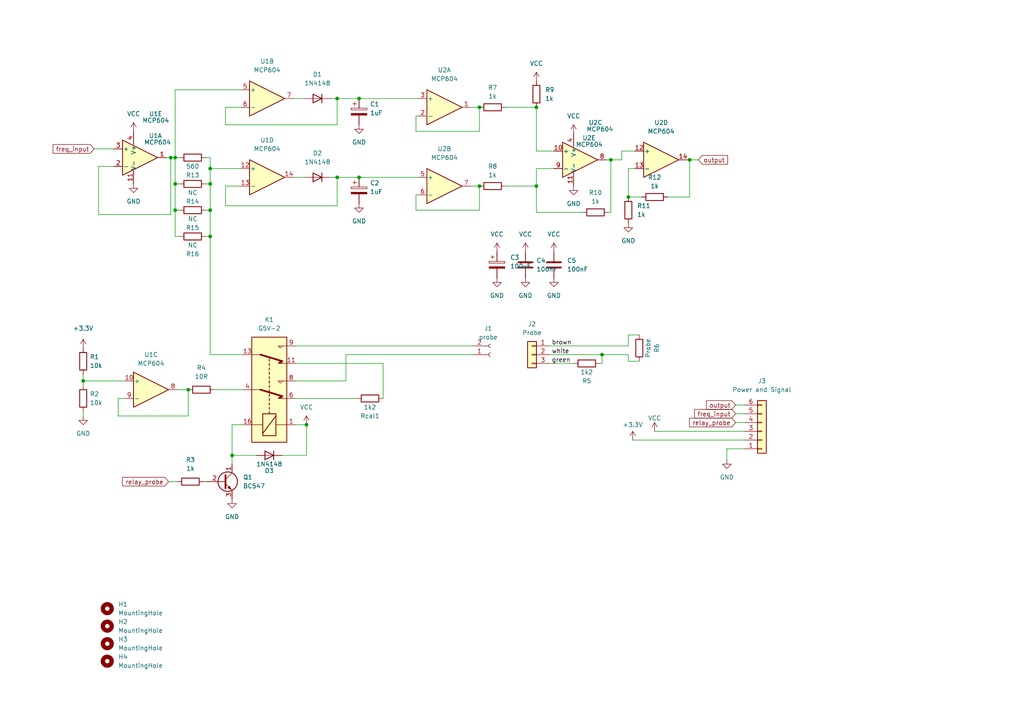
<source format=kicad_sch>
(kicad_sch (version 20211123) (generator eeschema)
  (paper "A4")
  (lib_symbols
    (symbol "Amplifier_Operational:MCP604" (pin_names (offset 0.127))
      (property "Reference" "U" (at 0 5.08 0))
      (property "Value" "MCP604" (at 0 -5.08 0))
      (symbol "MCP604_1_1"
        (polyline (pts (xy -5.08 5.08) (xy 5.08 0) (xy -5.08 -5.08) (xy -5.08 5.08)) (stroke (width 0.254)) (fill (type background)))
        (pin output line (at 7.62 0 180) (length 2.54) (name "~") (number "1"))
        (pin input line (at -7.62 -2.54 0) (length 2.54) (name "-") (number "2"))
        (pin input line (at -7.62 2.54 0) (length 2.54) (name "+") (number "3"))
      )
      (symbol "MCP604_2_1"
        (polyline (pts (xy -5.08 5.08) (xy 5.08 0) (xy -5.08 -5.08) (xy -5.08 5.08)) (stroke (width 0.254)) (fill (type background)))
        (pin input line (at -7.62 2.54 0) (length 2.54) (name "+") (number "5"))
        (pin input line (at -7.62 -2.54 0) (length 2.54) (name "-") (number "6"))
        (pin output line (at 7.62 0 180) (length 2.54) (name "~") (number "7"))
      )
      (symbol "MCP604_3_1"
        (polyline (pts (xy -5.08 5.08) (xy 5.08 0) (xy -5.08 -5.08) (xy -5.08 5.08)) (stroke (width 0.254)) (fill (type background)))
        (pin input line (at -7.62 2.54 0) (length 2.54) (name "+") (number "10"))
        (pin output line (at 7.62 0 180) (length 2.54) (name "~") (number "8"))
        (pin input line (at -7.62 -2.54 0) (length 2.54) (name "-") (number "9"))
      )
      (symbol "MCP604_4_1"
        (polyline (pts (xy -5.08 5.08) (xy 5.08 0) (xy -5.08 -5.08) (xy -5.08 5.08)) (stroke (width 0.254)) (fill (type background)))
        (pin input line (at -7.62 2.54 0) (length 2.54) (name "+") (number "12"))
        (pin input line (at -7.62 -2.54 0) (length 2.54) (name "-") (number "13"))
        (pin output line (at 7.62 0 180) (length 2.54) (name "~") (number "14"))
      )
      (symbol "MCP604_5_1"
        (pin power_in line (at -2.54 -7.62 90) (length 3.81) (name "V-") (number "11"))
        (pin power_in line (at -2.54 7.62 270) (length 3.81) (name "V+") (number "4"))
      )
    )
    (symbol "Connector:Conn_01x02_Female" (pin_names (offset 1.016) hide)
      (property "Reference" "J" (at 0 2.54 0))
      (property "Value" "Conn_01x02_Female" (at 0 -5.08 0))
      (symbol "Conn_01x02_Female_1_1"
        (arc (start 0 -2.032) (mid -0.508 -2.54) (end 0 -3.048) (stroke (width 0.1524)))
        (polyline (pts (xy -1.27 -2.54) (xy -0.508 -2.54)) (stroke (width 0.1524)))
        (polyline (pts (xy -1.27 0) (xy -0.508 0)) (stroke (width 0.1524)))
        (arc (start 0 0.508) (mid -0.508 0) (end 0 -0.508) (stroke (width 0.1524)))
        (pin passive line (at -5.08 0 0) (length 3.81) (name "Pin_1") (number "1"))
        (pin passive line (at -5.08 -2.54 0) (length 3.81) (name "Pin_2") (number "2"))
      )
    )
    (symbol "Connector_Generic:Conn_01x03" (pin_names (offset 1.016) hide)
      (property "Reference" "J" (at 0 5.08 0))
      (property "Value" "Conn_01x03" (at 0 -5.08 0))
      (symbol "Conn_01x03_1_1"
        (rectangle (start -1.27 -2.413) (end 0 -2.667) (stroke (width 0.1524)))
        (rectangle (start -1.27 0.127) (end 0 -0.127) (stroke (width 0.1524)))
        (rectangle (start -1.27 2.667) (end 0 2.413) (stroke (width 0.1524)))
        (rectangle (start -1.27 3.81) (end 1.27 -3.81) (stroke (width 0.254)) (fill (type background)))
        (pin passive line (at -5.08 2.54 0) (length 3.81) (name "Pin_1") (number "1"))
        (pin passive line (at -5.08 0 0) (length 3.81) (name "Pin_2") (number "2"))
        (pin passive line (at -5.08 -2.54 0) (length 3.81) (name "Pin_3") (number "3"))
      )
    )
    (symbol "Connector_Generic:Conn_01x06" (pin_names (offset 1.016) hide)
      (property "Reference" "J" (at 0 7.62 0))
      (property "Value" "Conn_01x06" (at 0 -10.16 0))
      (symbol "Conn_01x06_1_1"
        (rectangle (start -1.27 -7.493) (end 0 -7.747) (stroke (width 0.1524)))
        (rectangle (start -1.27 -4.953) (end 0 -5.207) (stroke (width 0.1524)))
        (rectangle (start -1.27 -2.413) (end 0 -2.667) (stroke (width 0.1524)))
        (rectangle (start -1.27 0.127) (end 0 -0.127) (stroke (width 0.1524)))
        (rectangle (start -1.27 2.667) (end 0 2.413) (stroke (width 0.1524)))
        (rectangle (start -1.27 5.207) (end 0 4.953) (stroke (width 0.1524)))
        (rectangle (start -1.27 6.35) (end 1.27 -8.89) (stroke (width 0.254)) (fill (type background)))
        (pin passive line (at -5.08 5.08 0) (length 3.81) (name "Pin_1") (number "1"))
        (pin passive line (at -5.08 2.54 0) (length 3.81) (name "Pin_2") (number "2"))
        (pin passive line (at -5.08 0 0) (length 3.81) (name "Pin_3") (number "3"))
        (pin passive line (at -5.08 -2.54 0) (length 3.81) (name "Pin_4") (number "4"))
        (pin passive line (at -5.08 -5.08 0) (length 3.81) (name "Pin_5") (number "5"))
        (pin passive line (at -5.08 -7.62 0) (length 3.81) (name "Pin_6") (number "6"))
      )
    )
    (symbol "Device:C" (pin_numbers hide) (pin_names (offset 0.254))
      (property "Reference" "C" (at 0.635 2.54 0))
      (property "Value" "C" (at 0.635 -2.54 0))
      (symbol "C_0_1"
        (polyline (pts (xy -2.032 -0.762) (xy 2.032 -0.762)) (stroke (width 0.508)))
        (polyline (pts (xy -2.032 0.762) (xy 2.032 0.762)) (stroke (width 0.508)))
      )
      (symbol "C_1_1"
        (pin passive line (at 0 3.81 270) (length 2.794) (name "~") (number "1"))
        (pin passive line (at 0 -3.81 90) (length 2.794) (name "~") (number "2"))
      )
    )
    (symbol "Device:C_Polarized" (pin_numbers hide) (pin_names (offset 0.254))
      (property "Reference" "C" (at 0.635 2.54 0))
      (property "Value" "C_Polarized" (at 0.635 -2.54 0))
      (symbol "C_Polarized_0_1"
        (rectangle (start -2.286 0.508) (end 2.286 1.016))
        (polyline (pts (xy -1.778 2.286) (xy -0.762 2.286)))
        (polyline (pts (xy -1.27 2.794) (xy -1.27 1.778)))
        (rectangle (start 2.286 -0.508) (end -2.286 -1.016) (fill (type outline)))
      )
      (symbol "C_Polarized_1_1"
        (pin passive line (at 0 3.81 270) (length 2.794) (name "~") (number "1"))
        (pin passive line (at 0 -3.81 90) (length 2.794) (name "~") (number "2"))
      )
    )
    (symbol "Device:R" (pin_numbers hide) (pin_names (offset 0))
      (property "Reference" "R" (at 2.032 0 90))
      (property "Value" "R" (at 0 0 90))
      (symbol "R_0_1"
        (rectangle (start -1.016 -2.54) (end 1.016 2.54) (stroke (width 0.254)))
      )
      (symbol "R_1_1"
        (pin passive line (at 0 3.81 270) (length 1.27) (name "~") (number "1"))
        (pin passive line (at 0 -3.81 90) (length 1.27) (name "~") (number "2"))
      )
    )
    (symbol "Diode:1N4148" (pin_numbers hide) (pin_names hide)
      (property "Reference" "D" (at 0 2.54 0))
      (property "Value" "1N4148" (at 0 -2.54 0))
      (symbol "1N4148_0_1"
        (polyline (pts (xy -1.27 1.27) (xy -1.27 -1.27)) (stroke (width 0.254)))
        (polyline (pts (xy 1.27 0) (xy -1.27 0)))
        (polyline (pts (xy 1.27 1.27) (xy 1.27 -1.27) (xy -1.27 0) (xy 1.27 1.27)) (stroke (width 0.254)))
      )
      (symbol "1N4148_1_1"
        (pin passive line (at -3.81 0 0) (length 2.54) (name "K") (number "1"))
        (pin passive line (at 3.81 0 180) (length 2.54) (name "A") (number "2"))
      )
    )
    (symbol "Mechanical:MountingHole" (pin_names (offset 1.016))
      (property "Reference" "H" (at 0 5.08 0))
      (property "Value" "MountingHole" (at 0 3.175 0))
      (symbol "MountingHole_0_1"
        (circle (center 0 0) (radius 1.27) (stroke (width 1.27)))
      )
    )
    (symbol "Relay:G5V-2"
      (property "Reference" "K" (at 16.51 3.81 0))
      (property "Value" "G5V-2" (at 16.51 1.27 0))
      (symbol "G5V-2_0_1"
        (rectangle (start -15.24 5.08) (end 15.24 -5.08) (stroke (width 0.254)) (fill (type background)))
        (rectangle (start -13.335 1.905) (end -6.985 -1.905) (stroke (width 0.254)))
        (polyline (pts (xy -12.7 -1.905) (xy -7.62 1.905)) (stroke (width 0.254)))
        (polyline (pts (xy -10.16 -5.08) (xy -10.16 -1.905)))
        (polyline (pts (xy -10.16 5.08) (xy -10.16 1.905)))
        (polyline (pts (xy -6.985 0) (xy -6.35 0)) (stroke (width 0.254)))
        (polyline (pts (xy -5.715 0) (xy -5.08 0)) (stroke (width 0.254)))
        (polyline (pts (xy -4.445 0) (xy -3.81 0)) (stroke (width 0.254)))
        (polyline (pts (xy -3.175 0) (xy -2.54 0)) (stroke (width 0.254)))
        (polyline (pts (xy -1.905 0) (xy -1.27 0)) (stroke (width 0.254)))
        (polyline (pts (xy -0.635 0) (xy 0 0)) (stroke (width 0.254)))
        (polyline (pts (xy 0 -2.54) (xy -1.905 3.81)) (stroke (width 0.508)))
        (polyline (pts (xy 0 -2.54) (xy 0 -5.08)))
        (polyline (pts (xy 0.635 0) (xy 1.27 0)) (stroke (width 0.254)))
        (polyline (pts (xy 1.905 0) (xy 2.54 0)) (stroke (width 0.254)))
        (polyline (pts (xy 3.175 0) (xy 3.81 0)) (stroke (width 0.254)))
        (polyline (pts (xy 4.445 0) (xy 5.08 0)) (stroke (width 0.254)))
        (polyline (pts (xy 5.715 0) (xy 6.35 0)) (stroke (width 0.254)))
        (polyline (pts (xy 6.985 0) (xy 7.62 0)) (stroke (width 0.254)))
        (polyline (pts (xy 8.255 0) (xy 8.89 0)) (stroke (width 0.254)))
        (polyline (pts (xy 10.16 -2.54) (xy 8.255 3.81)) (stroke (width 0.508)))
        (polyline (pts (xy 10.16 -2.54) (xy 10.16 -5.08)))
        (polyline (pts (xy -2.54 5.08) (xy -2.54 2.54) (xy -1.905 3.175) (xy -2.54 3.81)) (fill (type outline)))
        (polyline (pts (xy 2.54 5.08) (xy 2.54 2.54) (xy 1.905 3.175) (xy 2.54 3.81)))
        (polyline (pts (xy 7.62 5.08) (xy 7.62 2.54) (xy 8.255 3.175) (xy 7.62 3.81)) (fill (type outline)))
        (polyline (pts (xy 12.7 5.08) (xy 12.7 2.54) (xy 12.065 3.175) (xy 12.7 3.81)))
      )
      (symbol "G5V-2_1_1"
        (pin passive line (at -10.16 7.62 270) (length 2.54) (name "~") (number "1"))
        (pin passive line (at 7.62 7.62 270) (length 2.54) (name "~") (number "11"))
        (pin passive line (at 10.16 -7.62 90) (length 2.54) (name "~") (number "13"))
        (pin passive line (at -10.16 -7.62 90) (length 2.54) (name "~") (number "16"))
        (pin passive line (at 0 -7.62 90) (length 2.54) (name "~") (number "4"))
        (pin passive line (at -2.54 7.62 270) (length 2.54) (name "~") (number "6"))
        (pin passive line (at 2.54 7.62 270) (length 2.54) (name "~") (number "8"))
        (pin passive line (at 12.7 7.62 270) (length 2.54) (name "~") (number "9"))
      )
    )
    (symbol "Transistor_BJT:BC547" (pin_names (offset 0) hide)
      (property "Reference" "Q" (at 5.08 1.905 0))
      (property "Value" "BC547" (at 5.08 0 0))
      (symbol "BC547_0_1"
        (polyline (pts (xy 0 0) (xy 0.635 0)))
        (polyline (pts (xy 0.635 0.635) (xy 2.54 2.54)))
        (polyline (pts (xy 0.635 -0.635) (xy 2.54 -2.54) (xy 2.54 -2.54)))
        (polyline (pts (xy 0.635 1.905) (xy 0.635 -1.905) (xy 0.635 -1.905)) (stroke (width 0.508)))
        (polyline (pts (xy 1.27 -1.778) (xy 1.778 -1.27) (xy 2.286 -2.286) (xy 1.27 -1.778) (xy 1.27 -1.778)) (fill (type outline)))
        (circle (center 1.27 0) (radius 2.8194) (stroke (width 0.254)))
      )
      (symbol "BC547_1_1"
        (pin passive line (at 2.54 5.08 270) (length 2.54) (name "C") (number "1"))
        (pin input line (at -5.08 0 0) (length 5.08) (name "B") (number "2"))
        (pin passive line (at 2.54 -5.08 90) (length 2.54) (name "E") (number "3"))
      )
    )
    (symbol "power:+3.3V" (power) (pin_names (offset 0))
      (property "Value" "+3.3V" (at 0 3.556 0))
      (symbol "+3.3V_0_1"
        (polyline (pts (xy -0.762 1.27) (xy 0 2.54)))
        (polyline (pts (xy 0 0) (xy 0 2.54)))
        (polyline (pts (xy 0 2.54) (xy 0.762 1.27)))
      )
      (symbol "+3.3V_1_1"
        (pin power_in line (at 0 0 90) (length 0) hide (name "+3.3V") (number "1"))
      )
    )
    (symbol "power:GND" (power) (pin_names (offset 0))
      (property "Value" "GND" (at 0 -3.81 0))
      (symbol "GND_0_1"
        (polyline (pts (xy 0 0) (xy 0 -1.27) (xy 1.27 -1.27) (xy 0 -2.54) (xy -1.27 -1.27) (xy 0 -1.27)))
      )
      (symbol "GND_1_1"
        (pin power_in line (at 0 0 270) (length 0) hide (name "GND") (number "1"))
      )
    )
    (symbol "power:VCC" (power) (pin_names (offset 0))
      (property "Value" "VCC" (at 0 3.81 0))
      (symbol "VCC_0_1"
        (polyline (pts (xy -0.762 1.27) (xy 0 2.54)))
        (polyline (pts (xy 0 0) (xy 0 2.54)))
        (polyline (pts (xy 0 2.54) (xy 0.762 1.27)))
      )
      (symbol "VCC_1_1"
        (pin power_in line (at 0 0 90) (length 0) hide (name "VCC") (number "1"))
      )
    )
  )
  (junction (at 155.575 31.115))
  (junction (at 182.245 57.15))
  (junction (at 67.31 132.08))
  (junction (at 50.8 45.72))
  (junction (at 50.8 53.34))
  (junction (at 97.79 51.435))
  (junction (at 177.165 46.355))
  (junction (at 174.625 102.87))
  (junction (at 60.96 48.895))
  (junction (at 60.96 53.34))
  (junction (at 139.065 53.975))
  (junction (at 60.96 60.96))
  (junction (at 50.8 60.96))
  (junction (at 49.53 45.72))
  (junction (at 24.13 110.49))
  (junction (at 54.61 113.03))
  (junction (at 104.14 51.435))
  (junction (at 97.79 28.575))
  (junction (at 88.9 123.19))
  (junction (at 200.025 46.355))
  (junction (at 155.575 53.975))
  (junction (at 139.065 31.115))
  (junction (at 104.14 28.575))
  (junction (at 60.96 68.58))
  (wire (pts (xy 70.485 102.87) (xy 60.96 102.87)))
  (wire (pts (xy 174.625 105.41) (xy 173.99 105.41)))
  (wire (pts (xy 50.8 53.34) (xy 50.8 45.72)))
  (wire (pts (xy 100.33 102.87) (xy 100.33 110.49)))
  (wire (pts (xy 139.065 38.1) (xy 120.65 38.1)))
  (wire (pts (xy 180.34 43.815) (xy 184.15 43.815)))
  (wire (pts (xy 200.025 46.355) (xy 199.39 46.355)))
  (wire (pts (xy 168.91 61.595) (xy 155.575 61.595)))
  (wire (pts (xy 177.165 46.355) (xy 175.895 46.355)))
  (wire (pts (xy 34.29 120.65) (xy 34.29 115.57)))
  (wire (pts (xy 120.65 60.96) (xy 120.65 56.515)))
  (wire (pts (xy 67.31 123.19) (xy 70.485 123.19)))
  (wire (pts (xy 88.9 123.19) (xy 88.9 132.08)))
  (wire (pts (xy 97.79 36.195) (xy 97.79 28.575)))
  (wire (pts (xy 189.865 125.095) (xy 215.9 125.095)))
  (wire (pts (xy 146.685 31.115) (xy 155.575 31.115)))
  (wire (pts (xy 177.165 46.355) (xy 180.34 46.355)))
  (wire (pts (xy 50.8 26.035) (xy 69.85 26.035)))
  (wire (pts (xy 180.34 46.355) (xy 180.34 43.815)))
  (wire (pts (xy 120.65 33.655) (xy 121.285 33.655)))
  (wire (pts (xy 59.69 53.34) (xy 60.96 53.34)))
  (wire (pts (xy 139.065 31.115) (xy 139.065 38.1)))
  (wire (pts (xy 48.26 45.72) (xy 49.53 45.72)))
  (wire (pts (xy 85.09 51.435) (xy 88.265 51.435)))
  (wire (pts (xy 182.245 48.895) (xy 182.245 57.15)))
  (wire (pts (xy 182.245 104.775) (xy 185.42 104.775)))
  (wire (pts (xy 49.53 62.23) (xy 28.575 62.23)))
  (wire (pts (xy 159.385 105.41) (xy 166.37 105.41)))
  (wire (pts (xy 174.625 102.87) (xy 174.625 105.41)))
  (wire (pts (xy 155.575 48.895) (xy 160.655 48.895)))
  (wire (pts (xy 146.685 53.975) (xy 155.575 53.975)))
  (wire (pts (xy 50.8 68.58) (xy 50.8 60.96)))
  (wire (pts (xy 97.79 51.435) (xy 104.14 51.435)))
  (wire (pts (xy 34.29 115.57) (xy 36.195 115.57)))
  (wire (pts (xy 215.9 130.175) (xy 210.82 130.175)))
  (wire (pts (xy 48.895 139.7) (xy 51.435 139.7)))
  (wire (pts (xy 54.61 113.03) (xy 54.61 120.65)))
  (wire (pts (xy 60.96 60.96) (xy 60.96 68.58)))
  (wire (pts (xy 59.69 68.58) (xy 60.96 68.58)))
  (wire (pts (xy 182.245 57.15) (xy 186.055 57.15)))
  (wire (pts (xy 85.725 100.33) (xy 137.16 100.33)))
  (wire (pts (xy 97.79 59.69) (xy 65.405 59.69)))
  (wire (pts (xy 97.79 28.575) (xy 95.885 28.575)))
  (wire (pts (xy 85.09 28.575) (xy 88.265 28.575)))
  (wire (pts (xy 28.575 62.23) (xy 28.575 48.26)))
  (wire (pts (xy 49.53 45.72) (xy 49.53 62.23)))
  (wire (pts (xy 28.575 48.26) (xy 33.02 48.26)))
  (wire (pts (xy 120.65 38.1) (xy 120.65 33.655)))
  (wire (pts (xy 139.065 60.96) (xy 120.65 60.96)))
  (wire (pts (xy 60.96 53.34) (xy 60.96 60.96)))
  (wire (pts (xy 59.69 60.96) (xy 60.96 60.96)))
  (wire (pts (xy 50.8 45.72) (xy 52.07 45.72)))
  (wire (pts (xy 65.405 31.115) (xy 65.405 36.195)))
  (wire (pts (xy 182.245 97.155) (xy 182.245 100.33)))
  (wire (pts (xy 97.79 28.575) (xy 104.14 28.575)))
  (wire (pts (xy 65.405 59.69) (xy 65.405 53.975)))
  (wire (pts (xy 69.85 48.895) (xy 60.96 48.895)))
  (wire (pts (xy 174.625 102.87) (xy 182.245 102.87)))
  (wire (pts (xy 182.245 102.87) (xy 182.245 104.775)))
  (wire (pts (xy 24.13 110.49) (xy 36.195 110.49)))
  (wire (pts (xy 159.385 100.33) (xy 182.245 100.33)))
  (wire (pts (xy 213.36 120.015) (xy 215.9 120.015)))
  (wire (pts (xy 62.23 113.03) (xy 70.485 113.03)))
  (wire (pts (xy 67.31 132.08) (xy 74.295 132.08)))
  (wire (pts (xy 52.07 53.34) (xy 50.8 53.34)))
  (wire (pts (xy 184.15 48.895) (xy 182.245 48.895)))
  (wire (pts (xy 50.8 60.96) (xy 50.8 53.34)))
  (wire (pts (xy 88.9 132.08) (xy 81.915 132.08)))
  (wire (pts (xy 210.82 130.175) (xy 210.82 133.35)))
  (wire (pts (xy 213.36 122.555) (xy 215.9 122.555)))
  (wire (pts (xy 59.055 139.7) (xy 59.69 139.7)))
  (wire (pts (xy 69.85 31.115) (xy 65.405 31.115)))
  (wire (pts (xy 213.36 117.475) (xy 215.9 117.475)))
  (wire (pts (xy 24.13 110.49) (xy 24.13 111.76)))
  (wire (pts (xy 60.96 48.895) (xy 60.96 53.34)))
  (wire (pts (xy 136.525 53.975) (xy 139.065 53.975)))
  (wire (pts (xy 177.165 61.595) (xy 177.165 46.355)))
  (wire (pts (xy 65.405 53.975) (xy 69.85 53.975)))
  (wire (pts (xy 59.69 45.72) (xy 60.96 45.72)))
  (wire (pts (xy 155.575 61.595) (xy 155.575 53.975)))
  (wire (pts (xy 200.025 46.355) (xy 202.565 46.355)))
  (wire (pts (xy 50.8 45.72) (xy 50.8 26.035)))
  (wire (pts (xy 139.065 53.975) (xy 139.065 60.96)))
  (wire (pts (xy 67.31 132.08) (xy 67.31 123.19)))
  (wire (pts (xy 49.53 45.72) (xy 50.8 45.72)))
  (wire (pts (xy 185.42 97.155) (xy 182.245 97.155)))
  (wire (pts (xy 24.13 108.585) (xy 24.13 110.49)))
  (wire (pts (xy 60.96 45.72) (xy 60.96 48.895)))
  (wire (pts (xy 54.61 120.65) (xy 34.29 120.65)))
  (wire (pts (xy 85.725 123.19) (xy 88.9 123.19)))
  (wire (pts (xy 159.385 102.87) (xy 174.625 102.87)))
  (wire (pts (xy 97.79 51.435) (xy 97.79 59.69)))
  (wire (pts (xy 111.125 105.41) (xy 111.125 115.57)))
  (wire (pts (xy 120.65 56.515) (xy 121.285 56.515)))
  (wire (pts (xy 52.07 60.96) (xy 50.8 60.96)))
  (wire (pts (xy 24.13 119.38) (xy 24.13 120.65)))
  (wire (pts (xy 193.675 57.15) (xy 200.025 57.15)))
  (wire (pts (xy 137.16 102.87) (xy 100.33 102.87)))
  (wire (pts (xy 95.885 51.435) (xy 97.79 51.435)))
  (wire (pts (xy 100.33 110.49) (xy 85.725 110.49)))
  (wire (pts (xy 155.575 43.815) (xy 160.655 43.815)))
  (wire (pts (xy 183.515 127.635) (xy 215.9 127.635)))
  (wire (pts (xy 155.575 31.115) (xy 155.575 43.815)))
  (wire (pts (xy 85.725 105.41) (xy 111.125 105.41)))
  (wire (pts (xy 52.07 68.58) (xy 50.8 68.58)))
  (wire (pts (xy 155.575 53.975) (xy 155.575 48.895)))
  (wire (pts (xy 60.96 68.58) (xy 60.96 102.87)))
  (wire (pts (xy 104.14 51.435) (xy 121.285 51.435)))
  (wire (pts (xy 103.505 115.57) (xy 85.725 115.57)))
  (wire (pts (xy 200.025 57.15) (xy 200.025 46.355)))
  (wire (pts (xy 176.53 61.595) (xy 177.165 61.595)))
  (wire (pts (xy 136.525 31.115) (xy 139.065 31.115)))
  (wire (pts (xy 51.435 113.03) (xy 54.61 113.03)))
  (wire (pts (xy 65.405 36.195) (xy 97.79 36.195)))
  (wire (pts (xy 67.31 134.62) (xy 67.31 132.08)))
  (wire (pts (xy 27.305 43.18) (xy 33.02 43.18)))
  (wire (pts (xy 104.14 28.575) (xy 121.285 28.575)))
  (label "green" (at 160.02 105.41 0))
  (label "brown" (at 160.02 100.33 0))
  (label "white" (at 160.02 102.87 0))
  (global_label "freq_input" (shape input) (at 27.305 43.18 180) (property "Intersheet References" "${INTERSHEET_REFS}" (effects hide)))
  (global_label "output" (shape input) (at 213.36 117.475 180) (property "Intersheet References" "${INTERSHEET_REFS}" (effects hide)))
  (global_label "relay_probe" (shape input) (at 48.895 139.7 180) (property "Intersheet References" "${INTERSHEET_REFS}" (effects hide)))
  (global_label "relay_probe" (shape input) (at 213.36 122.555 180) (property "Intersheet References" "${INTERSHEET_REFS}" (effects hide)))
  (global_label "output" (shape input) (at 202.565 46.355 0) (property "Intersheet References" "${INTERSHEET_REFS}" (effects hide)))
  (global_label "freq_input" (shape input) (at 213.36 120.015 180) (property "Intersheet References" "${INTERSHEET_REFS}" (effects hide)))
  (symbol (lib_id "Amplifier_Operational:MCP604") (at 43.815 113.03 0) (unit 3)
    (property "Reference" "U1" (at 43.815 102.87 0))
    (property "Value" "MCP604" (at 43.815 105.41 0))
    (property "Footprint" "Package_DIP:DIP-14_W7.62mm_Socket_LongPads" (effects hide))
    (property "Datasheet" "http://ww1.microchip.com/downloads/en/DeviceDoc/21314g.pdf" (effects hide))
  )
  (symbol (lib_id "power:VCC") (at 144.145 73.025 0) (unit 1)
    (property "Reference" "#PWR013" (effects hide))
    (property "Value" "VCC" (at 144.145 67.945 0))
  )
  (symbol (lib_id "power:GND") (at 24.13 120.65 0) (unit 1)
    (property "Reference" "#PWR02" (effects hide))
    (property "Value" "GND" (at 24.13 125.73 0))
  )
  (symbol (lib_id "Device:C_Polarized") (at 104.14 32.385 0) (unit 1)
    (property "Reference" "C1" (at 107.315 30.2259 0) (effects (justify left)))
    (property "Value" "1uF" (at 107.315 32.7659 0) (effects (justify left)))
    (property "Footprint" "Capacitor_THT:CP_Radial_D5.0mm_P2.50mm" (effects hide))
  )
  (symbol (lib_id "Amplifier_Operational:MCP604") (at 77.47 51.435 0) (unit 4)
    (property "Reference" "U1" (at 77.47 40.64 0))
    (property "Value" "MCP604" (at 77.47 43.18 0))
    (property "Footprint" "Package_DIP:DIP-14_W7.62mm_Socket_LongPads" (effects hide))
    (property "Datasheet" "http://ww1.microchip.com/downloads/en/DeviceDoc/21314g.pdf" (effects hide))
  )
  (symbol (lib_id "power:GND") (at 166.37 53.975 0) (unit 1)
    (property "Reference" "#PWR09" (effects hide))
    (property "Value" "GND" (at 166.37 59.055 0))
  )
  (symbol (lib_id "power:GND") (at 104.14 59.055 0) (unit 1)
    (property "Reference" "#PWR06" (effects hide))
    (property "Value" "GND" (at 104.14 64.135 0))
  )
  (symbol (lib_id "Diode:1N4148") (at 92.075 51.435 180) (unit 1)
    (property "Reference" "D2" (at 92.075 44.45 0))
    (property "Value" "1N4148" (at 92.075 46.99 0))
    (property "Footprint" "Diode_THT:D_DO-35_SOD27_P7.62mm_Horizontal" (effects hide))
    (property "Datasheet" "https://assets.nexperia.com/documents/data-sheet/1N4148_1N4448.pdf" (effects hide))
  )
  (symbol (lib_id "Mechanical:MountingHole") (at 31.115 181.61 0) (unit 1)
    (property "Reference" "H2" (at 34.29 180.3399 0) (effects (justify left)))
    (property "Value" "MountingHole" (at 34.29 182.8799 0) (effects (justify left)))
    (property "Footprint" "MountingHole:MountingHole_3.2mm_M3" (effects hide))
  )
  (symbol (lib_id "Device:R") (at 185.42 100.965 180) (unit 1) (in_bom no) (on_board no)
    (property "Reference" "R6" (at 190.5 100.965 90))
    (property "Value" "Probe" (at 187.96 100.965 90))
  )
  (symbol (lib_id "power:VCC") (at 155.575 23.495 0) (unit 1)
    (property "Reference" "#PWR07" (effects hide))
    (property "Value" "VCC" (at 155.575 18.415 0))
  )
  (symbol (lib_id "Amplifier_Operational:MCP604") (at 168.275 46.355 0) (unit 3)
    (property "Reference" "U2" (at 172.72 35.56 0))
    (property "Value" "MCP604" (at 173.99 37.465 0))
    (property "Footprint" "Package_DIP:DIP-14_W7.62mm_Socket_LongPads" (effects hide))
    (property "Datasheet" "http://ww1.microchip.com/downloads/en/DeviceDoc/21314g.pdf" (effects hide))
  )
  (symbol (lib_id "Device:R") (at 55.245 139.7 90) (unit 1)
    (property "Reference" "R3" (at 55.245 133.35 90))
    (property "Value" "1k" (at 55.245 135.89 90))
    (property "Footprint" "Resistor_THT:R_Axial_DIN0207_L6.3mm_D2.5mm_P10.16mm_Horizontal" (effects hide))
  )
  (symbol (lib_id "Device:R") (at 107.315 115.57 90) (unit 1)
    (property "Reference" "Rcal1" (at 107.315 120.65 90))
    (property "Value" "1k2" (at 107.315 118.11 90))
    (property "Footprint" "Resistor_THT:R_Axial_DIN0207_L6.3mm_D2.5mm_P10.16mm_Horizontal" (effects hide))
  )
  (symbol (lib_id "Device:R") (at 142.875 53.975 90) (unit 1)
    (property "Reference" "R8" (at 142.875 48.26 90))
    (property "Value" "1k" (at 142.875 50.8 90))
    (property "Footprint" "Resistor_THT:R_Axial_DIN0207_L6.3mm_D2.5mm_P10.16mm_Horizontal" (effects hide))
  )
  (symbol (lib_id "Amplifier_Operational:MCP604") (at 40.64 45.72 0) (unit 1)
    (property "Reference" "U1" (at 45.085 39.37 0))
    (property "Value" "MCP604" (at 45.72 41.275 0))
    (property "Footprint" "Package_DIP:DIP-14_W7.62mm_Socket_LongPads" (effects hide))
    (property "Datasheet" "http://ww1.microchip.com/downloads/en/DeviceDoc/21314g.pdf" (effects hide))
  )
  (symbol (lib_id "Connector:Conn_01x02_Female") (at 142.24 102.87 0) (mirror x) (unit 1)
    (property "Reference" "J1" (at 141.605 95.25 0))
    (property "Value" "probe" (at 141.605 97.79 0))
    (property "Footprint" "TerminalBlock:TerminalBlock_bornier-2_P5.08mm" (effects hide))
  )
  (symbol (lib_id "power:+3.3V") (at 24.13 100.965 0) (unit 1)
    (property "Reference" "#PWR01" (effects hide))
    (property "Value" "+3.3V" (at 24.13 95.25 0))
  )
  (symbol (lib_id "power:GND") (at 160.655 80.645 0) (unit 1)
    (property "Reference" "#PWR018" (effects hide))
    (property "Value" "GND" (at 160.655 85.725 0))
  )
  (symbol (lib_id "Connector_Generic:Conn_01x03") (at 154.305 102.87 0) (mirror y) (unit 1) (in_bom no) (on_board no)
    (property "Reference" "J2" (at 154.305 93.98 0))
    (property "Value" "Probe" (at 154.305 96.52 0))
  )
  (symbol (lib_id "Device:C") (at 160.655 76.835 0) (unit 1)
    (property "Reference" "C5" (at 164.465 75.5649 0) (effects (justify left)))
    (property "Value" "100nF" (at 164.465 78.1049 0) (effects (justify left)))
    (property "Footprint" "Capacitor_THT:C_Disc_D3.0mm_W2.0mm_P2.50mm" (effects hide))
  )
  (symbol (lib_id "Diode:1N4148") (at 92.075 28.575 180) (unit 1)
    (property "Reference" "D1" (at 92.075 21.59 0))
    (property "Value" "1N4148" (at 92.075 24.13 0))
    (property "Footprint" "Diode_THT:D_DO-35_SOD27_P7.62mm_Horizontal" (effects hide))
    (property "Datasheet" "https://assets.nexperia.com/documents/data-sheet/1N4148_1N4448.pdf" (effects hide))
  )
  (symbol (lib_id "power:VCC") (at 38.735 38.1 0) (unit 1)
    (property "Reference" "#PWR03" (effects hide))
    (property "Value" "VCC" (at 38.735 33.02 0))
  )
  (symbol (lib_id "Transistor_BJT:BC547") (at 64.77 139.7 0) (unit 1)
    (property "Reference" "Q1" (at 70.485 138.4299 0) (effects (justify left)))
    (property "Value" "BC547" (at 70.485 140.9699 0) (effects (justify left)))
    (property "Footprint" "Package_TO_SOT_THT:TO-92_HandSolder" (effects hide))
    (property "Datasheet" "https://www.onsemi.com/pub/Collateral/BC550-D.pdf" (effects hide))
  )
  (symbol (lib_id "power:VCC") (at 166.37 38.735 0) (unit 1)
    (property "Reference" "#PWR08" (effects hide))
    (property "Value" "VCC" (at 166.37 33.655 0))
  )
  (symbol (lib_id "Relay:G5V-2") (at 78.105 113.03 270) (mirror x) (unit 1)
    (property "Reference" "K1" (at 78.105 92.71 90))
    (property "Value" "G5V-2" (at 78.105 95.25 90))
    (property "Footprint" "Relay_THT:Relay_DPDT_Omron_G5V-2" (effects hide))
    (property "Datasheet" "http://omronfs.omron.com/en_US/ecb/products/pdf/en-g5v_2.pdf" (effects hide))
  )
  (symbol (lib_id "Mechanical:MountingHole") (at 31.115 191.77 0) (unit 1)
    (property "Reference" "H4" (at 34.29 190.4999 0) (effects (justify left)))
    (property "Value" "MountingHole" (at 34.29 193.0399 0) (effects (justify left)))
    (property "Footprint" "MountingHole:MountingHole_3.2mm_M3" (effects hide))
  )
  (symbol (lib_id "power:+3.3V") (at 183.515 127.635 0) (unit 1)
    (property "Reference" "#PWR019" (effects hide))
    (property "Value" "+3.3V" (at 183.515 123.19 0))
  )
  (symbol (lib_id "Device:C") (at 152.4 76.835 0) (unit 1)
    (property "Reference" "C4" (at 155.575 75.5649 0) (effects (justify left)))
    (property "Value" "100nF" (at 155.575 78.1049 0) (effects (justify left)))
    (property "Footprint" "Capacitor_THT:C_Disc_D3.0mm_W2.0mm_P2.50mm" (effects hide))
  )
  (symbol (lib_id "Device:R") (at 189.865 57.15 90) (unit 1)
    (property "Reference" "R12" (at 189.865 51.435 90))
    (property "Value" "1k" (at 189.865 53.975 90))
    (property "Footprint" "Resistor_THT:R_Axial_DIN0207_L6.3mm_D2.5mm_P2.54mm_Vertical" (effects hide))
  )
  (symbol (lib_id "power:GND") (at 210.82 133.35 0) (unit 1)
    (property "Reference" "#PWR021" (effects hide))
    (property "Value" "GND" (at 210.82 138.43 0))
  )
  (symbol (lib_id "Amplifier_Operational:MCP604") (at 128.905 53.975 0) (unit 2)
    (property "Reference" "U2" (at 128.905 43.18 0))
    (property "Value" "MCP604" (at 128.905 45.72 0))
    (property "Footprint" "Package_DIP:DIP-14_W7.62mm_Socket_LongPads" (effects hide))
    (property "Datasheet" "http://ww1.microchip.com/downloads/en/DeviceDoc/21314g.pdf" (effects hide))
  )
  (symbol (lib_id "power:GND") (at 38.735 53.34 0) (unit 1)
    (property "Reference" "#PWR04" (effects hide))
    (property "Value" "GND" (at 38.735 58.42 0))
  )
  (symbol (lib_id "Diode:1N4148") (at 78.105 132.08 180) (unit 1)
    (property "Reference" "D3" (at 78.105 136.525 0))
    (property "Value" "1N4148" (at 78.105 134.62 0))
    (property "Footprint" "Diode_THT:D_DO-35_SOD27_P7.62mm_Horizontal" (effects hide))
    (property "Datasheet" "https://assets.nexperia.com/documents/data-sheet/1N4148_1N4448.pdf" (effects hide))
  )
  (symbol (lib_id "Device:R") (at 182.245 60.96 180) (unit 1)
    (property "Reference" "R11" (at 184.785 59.6899 0) (effects (justify right)))
    (property "Value" "1k" (at 184.785 62.2299 0) (effects (justify right)))
    (property "Footprint" "Resistor_THT:R_Axial_DIN0207_L6.3mm_D2.5mm_P10.16mm_Horizontal" (effects hide))
  )
  (symbol (lib_id "power:VCC") (at 189.865 125.095 0) (unit 1)
    (property "Reference" "#PWR020" (effects hide))
    (property "Value" "VCC" (at 189.865 121.285 0))
  )
  (symbol (lib_id "Device:R") (at 24.13 104.775 180) (unit 1)
    (property "Reference" "R1" (at 26.035 103.5049 0) (effects (justify right)))
    (property "Value" "10k" (at 26.035 106.0449 0) (effects (justify right)))
    (property "Footprint" "Resistor_THT:R_Axial_DIN0207_L6.3mm_D2.5mm_P10.16mm_Horizontal" (effects hide))
  )
  (symbol (lib_id "Device:C_Polarized") (at 144.145 76.835 0) (unit 1)
    (property "Reference" "C3" (at 147.955 74.6759 0) (effects (justify left)))
    (property "Value" "100uF" (at 147.955 77.2159 0) (effects (justify left)))
    (property "Footprint" "Capacitor_THT:CP_Radial_D10.0mm_P5.00mm" (effects hide))
  )
  (symbol (lib_id "Device:R") (at 55.88 53.34 90) (unit 1)
    (property "Reference" "R14" (at 55.88 58.42 90))
    (property "Value" "NC" (at 55.88 55.88 90))
    (property "Footprint" "Resistor_THT:R_Axial_DIN0207_L6.3mm_D2.5mm_P10.16mm_Horizontal" (effects hide))
  )
  (symbol (lib_id "Device:R") (at 55.88 45.72 90) (unit 1)
    (property "Reference" "R13" (at 55.88 50.8 90))
    (property "Value" "560" (at 55.88 48.26 90))
    (property "Footprint" "Resistor_THT:R_Axial_DIN0207_L6.3mm_D2.5mm_P10.16mm_Horizontal" (effects hide))
  )
  (symbol (lib_id "Device:R") (at 170.18 105.41 90) (unit 1) (in_bom no) (on_board no)
    (property "Reference" "R5" (at 170.18 110.49 90))
    (property "Value" "1k2" (at 170.18 107.95 90))
  )
  (symbol (lib_id "Device:R") (at 55.88 68.58 90) (unit 1)
    (property "Reference" "R16" (at 55.88 73.66 90))
    (property "Value" "NC" (at 55.88 71.12 90))
    (property "Footprint" "Resistor_THT:R_Axial_DIN0207_L6.3mm_D2.5mm_P10.16mm_Horizontal" (effects hide))
  )
  (symbol (lib_id "power:GND") (at 67.31 144.78 0) (unit 1)
    (property "Reference" "#PWR011" (effects hide))
    (property "Value" "GND" (at 67.31 149.86 0))
  )
  (symbol (lib_id "Device:R") (at 142.875 31.115 90) (unit 1)
    (property "Reference" "R7" (at 142.875 25.4 90))
    (property "Value" "1k" (at 142.875 27.94 90))
    (property "Footprint" "Resistor_THT:R_Axial_DIN0207_L6.3mm_D2.5mm_P10.16mm_Horizontal" (effects hide))
  )
  (symbol (lib_id "power:VCC") (at 152.4 73.025 0) (unit 1)
    (property "Reference" "#PWR015" (effects hide))
    (property "Value" "VCC" (at 152.4 67.945 0))
  )
  (symbol (lib_id "Mechanical:MountingHole") (at 31.115 186.69 0) (unit 1)
    (property "Reference" "H3" (at 34.29 185.4199 0) (effects (justify left)))
    (property "Value" "MountingHole" (at 34.29 187.9599 0) (effects (justify left)))
    (property "Footprint" "MountingHole:MountingHole_3.2mm_M3" (effects hide))
  )
  (symbol (lib_id "Device:R") (at 55.88 60.96 90) (unit 1)
    (property "Reference" "R15" (at 55.88 66.04 90))
    (property "Value" "NC" (at 55.88 63.5 90))
    (property "Footprint" "Resistor_THT:R_Axial_DIN0207_L6.3mm_D2.5mm_P10.16mm_Horizontal" (effects hide))
  )
  (symbol (lib_id "Amplifier_Operational:MCP604") (at 168.91 46.355 0) (unit 5)
    (property "Reference" "U2" (at 168.91 40.005 0) (effects (justify left)))
    (property "Value" "MCP604" (at 167.005 41.91 0) (effects (justify left)))
    (property "Footprint" "Package_DIP:DIP-14_W7.62mm_Socket_LongPads" (effects hide))
    (property "Datasheet" "http://ww1.microchip.com/downloads/en/DeviceDoc/21314g.pdf" (effects hide))
  )
  (symbol (lib_id "Amplifier_Operational:MCP604") (at 128.905 31.115 0) (unit 1)
    (property "Reference" "U2" (at 128.905 20.32 0))
    (property "Value" "MCP604" (at 128.905 22.86 0))
    (property "Footprint" "Package_DIP:DIP-14_W7.62mm_Socket_LongPads" (effects hide))
    (property "Datasheet" "http://ww1.microchip.com/downloads/en/DeviceDoc/21314g.pdf" (effects hide))
  )
  (symbol (lib_id "Amplifier_Operational:MCP604") (at 77.47 28.575 0) (unit 2)
    (property "Reference" "U1" (at 77.47 17.78 0))
    (property "Value" "MCP604" (at 77.47 20.32 0))
    (property "Footprint" "Package_DIP:DIP-14_W7.62mm_Socket_LongPads" (effects hide))
    (property "Datasheet" "http://ww1.microchip.com/downloads/en/DeviceDoc/21314g.pdf" (effects hide))
  )
  (symbol (lib_id "power:GND") (at 104.14 36.195 0) (unit 1)
    (property "Reference" "#PWR05" (effects hide))
    (property "Value" "GND" (at 104.14 41.275 0))
  )
  (symbol (lib_id "power:GND") (at 152.4 80.645 0) (unit 1)
    (property "Reference" "#PWR016" (effects hide))
    (property "Value" "GND" (at 152.4 85.725 0))
  )
  (symbol (lib_id "power:VCC") (at 160.655 73.025 0) (unit 1)
    (property "Reference" "#PWR017" (effects hide))
    (property "Value" "VCC" (at 160.655 67.945 0))
  )
  (symbol (lib_id "Mechanical:MountingHole") (at 31.115 176.53 0) (unit 1)
    (property "Reference" "H1" (at 34.29 175.2599 0) (effects (justify left)))
    (property "Value" "MountingHole" (at 34.29 177.7999 0) (effects (justify left)))
    (property "Footprint" "MountingHole:MountingHole_3.2mm_M3" (effects hide))
  )
  (symbol (lib_id "Device:R") (at 172.72 61.595 90) (unit 1)
    (property "Reference" "R10" (at 172.72 55.88 90))
    (property "Value" "1k" (at 172.72 58.42 90))
    (property "Footprint" "Resistor_THT:R_Axial_DIN0207_L6.3mm_D2.5mm_P2.54mm_Vertical" (effects hide))
  )
  (symbol (lib_id "Device:R") (at 58.42 113.03 90) (unit 1)
    (property "Reference" "R4" (at 58.42 106.68 90))
    (property "Value" "10R" (at 58.42 109.22 90))
    (property "Footprint" "Resistor_THT:R_Axial_DIN0207_L6.3mm_D2.5mm_P10.16mm_Horizontal" (effects hide))
  )
  (symbol (lib_id "Amplifier_Operational:MCP604") (at 41.275 45.72 0) (unit 5)
    (property "Reference" "U1" (at 43.18 33.02 0) (effects (justify left)))
    (property "Value" "MCP604" (at 41.275 34.925 0) (effects (justify left)))
    (property "Footprint" "Package_DIP:DIP-14_W7.62mm_Socket_LongPads" (effects hide))
    (property "Datasheet" "http://ww1.microchip.com/downloads/en/DeviceDoc/21314g.pdf" (effects hide))
  )
  (symbol (lib_id "power:VCC") (at 88.9 123.19 0) (unit 1)
    (property "Reference" "#PWR012" (effects hide))
    (property "Value" "VCC" (at 88.9 118.11 0))
  )
  (symbol (lib_id "Device:R") (at 155.575 27.305 180) (unit 1)
    (property "Reference" "R9" (at 158.115 26.0349 0) (effects (justify right)))
    (property "Value" "1k" (at 158.115 28.5749 0) (effects (justify right)))
    (property "Footprint" "Resistor_THT:R_Axial_DIN0207_L6.3mm_D2.5mm_P10.16mm_Horizontal" (effects hide))
  )
  (symbol (lib_id "power:GND") (at 144.145 80.645 0) (unit 1)
    (property "Reference" "#PWR014" (effects hide))
    (property "Value" "GND" (at 144.145 85.725 0))
  )
  (symbol (lib_id "Connector_Generic:Conn_01x06") (at 220.98 125.095 0) (mirror x) (unit 1)
    (property "Reference" "J3" (at 220.98 110.49 0))
    (property "Value" "Power and Signal" (at 220.98 113.03 0))
    (property "Footprint" "Connector_PinHeader_2.54mm:PinHeader_1x06_P2.54mm_Vertical" (effects hide))
  )
  (symbol (lib_id "power:GND") (at 182.245 64.77 0) (unit 1)
    (property "Reference" "#PWR010" (effects hide))
    (property "Value" "GND" (at 182.245 69.85 0))
  )
  (symbol (lib_id "Amplifier_Operational:MCP604") (at 191.77 46.355 0) (unit 4)
    (property "Reference" "U2" (at 191.77 35.56 0))
    (property "Value" "MCP604" (at 191.77 38.1 0))
    (property "Footprint" "Package_DIP:DIP-14_W7.62mm_Socket_LongPads" (effects hide))
    (property "Datasheet" "http://ww1.microchip.com/downloads/en/DeviceDoc/21314g.pdf" (effects hide))
  )
  (symbol (lib_id "Device:C_Polarized") (at 104.14 55.245 0) (unit 1)
    (property "Reference" "C2" (at 107.315 53.0859 0) (effects (justify left)))
    (property "Value" "1uF" (at 107.315 55.6259 0) (effects (justify left)))
    (property "Footprint" "Capacitor_THT:CP_Radial_D5.0mm_P2.50mm" (effects hide))
  )
  (symbol (lib_id "Device:R") (at 24.13 115.57 180) (unit 1)
    (property "Reference" "R2" (at 26.035 114.2999 0) (effects (justify right)))
    (property "Value" "10k" (at 26.035 116.8399 0) (effects (justify right)))
    (property "Footprint" "Resistor_THT:R_Axial_DIN0207_L6.3mm_D2.5mm_P2.54mm_Vertical" (effects hide))
  )
)
</source>
